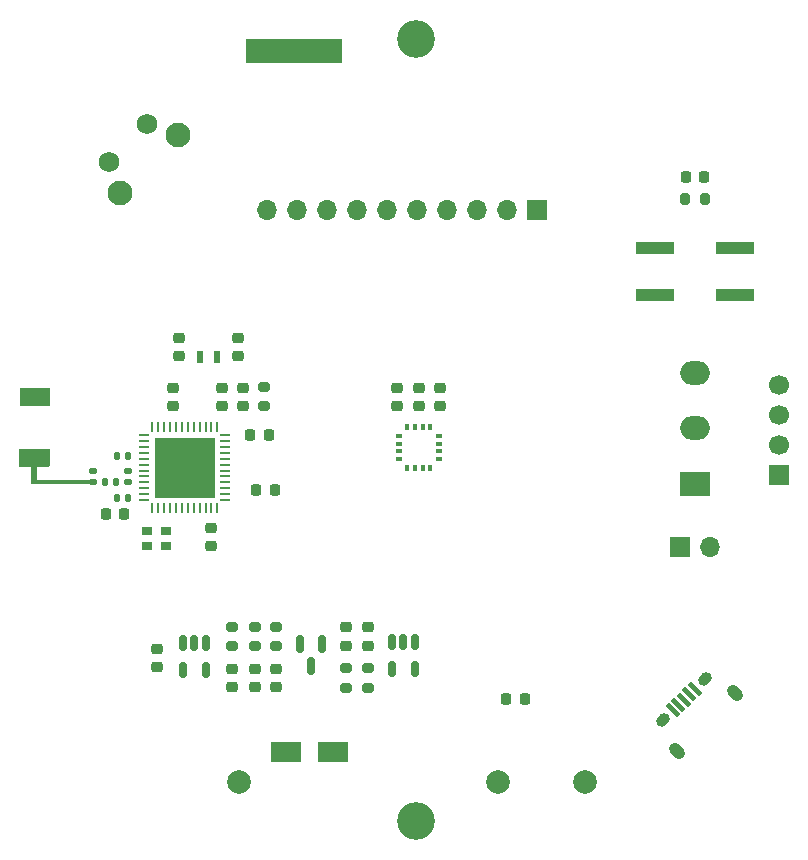
<source format=gbr>
%TF.GenerationSoftware,KiCad,Pcbnew,(6.0.1)*%
%TF.CreationDate,2022-03-12T16:33:18+00:00*%
%TF.ProjectId,Ball_Remote_Components,42616c6c-5f52-4656-9d6f-74655f436f6d,rev?*%
%TF.SameCoordinates,Original*%
%TF.FileFunction,Soldermask,Top*%
%TF.FilePolarity,Negative*%
%FSLAX46Y46*%
G04 Gerber Fmt 4.6, Leading zero omitted, Abs format (unit mm)*
G04 Created by KiCad (PCBNEW (6.0.1)) date 2022-03-12 16:33:18*
%MOMM*%
%LPD*%
G01*
G04 APERTURE LIST*
G04 Aperture macros list*
%AMRoundRect*
0 Rectangle with rounded corners*
0 $1 Rounding radius*
0 $2 $3 $4 $5 $6 $7 $8 $9 X,Y pos of 4 corners*
0 Add a 4 corners polygon primitive as box body*
4,1,4,$2,$3,$4,$5,$6,$7,$8,$9,$2,$3,0*
0 Add four circle primitives for the rounded corners*
1,1,$1+$1,$2,$3*
1,1,$1+$1,$4,$5*
1,1,$1+$1,$6,$7*
1,1,$1+$1,$8,$9*
0 Add four rect primitives between the rounded corners*
20,1,$1+$1,$2,$3,$4,$5,0*
20,1,$1+$1,$4,$5,$6,$7,0*
20,1,$1+$1,$6,$7,$8,$9,0*
20,1,$1+$1,$8,$9,$2,$3,0*%
%AMHorizOval*
0 Thick line with rounded ends*
0 $1 width*
0 $2 $3 position (X,Y) of the first rounded end (center of the circle)*
0 $4 $5 position (X,Y) of the second rounded end (center of the circle)*
0 Add line between two ends*
20,1,$1,$2,$3,$4,$5,0*
0 Add two circle primitives to create the rounded ends*
1,1,$1,$2,$3*
1,1,$1,$4,$5*%
%AMRotRect*
0 Rectangle, with rotation*
0 The origin of the aperture is its center*
0 $1 length*
0 $2 width*
0 $3 Rotation angle, in degrees counterclockwise*
0 Add horizontal line*
21,1,$1,$2,0,0,$3*%
%AMFreePoly0*
4,1,21,4.785355,0.185355,4.800000,0.150000,4.800000,-1.300000,5.800000,-1.300000,5.835355,-1.314645,5.850000,-1.350000,5.850000,-2.750000,5.835355,-2.785355,5.800000,-2.800000,3.300000,-2.800000,3.264645,-2.785355,3.250000,-2.750000,3.250000,-1.350000,3.264645,-1.314645,3.300000,-1.300000,4.300000,-1.300000,4.300000,-0.200000,-0.100000,-0.200000,-0.100000,0.200000,4.750000,0.200000,
4.785355,0.185355,4.785355,0.185355,$1*%
G04 Aperture macros list end*
%ADD10C,0.100000*%
%ADD11R,1.700000X1.700000*%
%ADD12O,1.700000X1.700000*%
%ADD13C,3.200000*%
%ADD14R,2.500000X2.000000*%
%ADD15O,2.500000X2.000000*%
%ADD16RoundRect,0.200000X-0.275000X0.200000X-0.275000X-0.200000X0.275000X-0.200000X0.275000X0.200000X0*%
%ADD17RoundRect,0.225000X0.225000X0.250000X-0.225000X0.250000X-0.225000X-0.250000X0.225000X-0.250000X0*%
%ADD18RoundRect,0.218750X-0.218750X-0.256250X0.218750X-0.256250X0.218750X0.256250X-0.218750X0.256250X0*%
%ADD19R,0.900000X0.800000*%
%ADD20RoundRect,0.225000X0.250000X-0.225000X0.250000X0.225000X-0.250000X0.225000X-0.250000X-0.225000X0*%
%ADD21RoundRect,0.225000X-0.250000X0.225000X-0.250000X-0.225000X0.250000X-0.225000X0.250000X0.225000X0*%
%ADD22RoundRect,0.150000X-0.150000X0.512500X-0.150000X-0.512500X0.150000X-0.512500X0.150000X0.512500X0*%
%ADD23C,2.000000*%
%ADD24C,1.700000*%
%ADD25RoundRect,0.200000X0.275000X-0.200000X0.275000X0.200000X-0.275000X0.200000X-0.275000X-0.200000X0*%
%ADD26HorizOval,0.950000X0.106066X0.106066X-0.106066X-0.106066X0*%
%ADD27HorizOval,1.000000X-0.194454X0.194454X0.194454X-0.194454X0*%
%ADD28RotRect,1.350000X0.400000X135.000000*%
%ADD29RoundRect,0.225000X-0.225000X-0.250000X0.225000X-0.250000X0.225000X0.250000X-0.225000X0.250000X0*%
%ADD30RoundRect,0.140000X0.170000X-0.140000X0.170000X0.140000X-0.170000X0.140000X-0.170000X-0.140000X0*%
%ADD31RoundRect,0.200000X0.200000X0.275000X-0.200000X0.275000X-0.200000X-0.275000X0.200000X-0.275000X0*%
%ADD32R,5.150000X5.150000*%
%ADD33RoundRect,0.062500X-0.375000X0.062500X-0.375000X-0.062500X0.375000X-0.062500X0.375000X0.062500X0*%
%ADD34RoundRect,0.062500X-0.062500X0.375000X-0.062500X-0.375000X0.062500X-0.375000X0.062500X0.375000X0*%
%ADD35R,3.200000X1.000000*%
%ADD36R,2.500000X1.800000*%
%ADD37RoundRect,0.150000X-0.150000X0.587500X-0.150000X-0.587500X0.150000X-0.587500X0.150000X0.587500X0*%
%ADD38RoundRect,0.147500X0.147500X0.172500X-0.147500X0.172500X-0.147500X-0.172500X0.147500X-0.172500X0*%
%ADD39RoundRect,0.140000X0.140000X0.170000X-0.140000X0.170000X-0.140000X-0.170000X0.140000X-0.170000X0*%
%ADD40C,2.100000*%
%ADD41C,1.750000*%
%ADD42RoundRect,0.100000X-0.100000X-0.175000X0.100000X-0.175000X0.100000X0.175000X-0.100000X0.175000X0*%
%ADD43RoundRect,0.100000X-0.175000X-0.100000X0.175000X-0.100000X0.175000X0.100000X-0.175000X0.100000X0*%
%ADD44R,2.600000X1.500000*%
%ADD45FreePoly0,180.000000*%
%ADD46R,0.600000X1.100000*%
G04 APERTURE END LIST*
D10*
%TO.C,FID1*%
X131475000Y-72187500D02*
X139475000Y-72187500D01*
X139475000Y-72187500D02*
X139475000Y-74187500D01*
X139475000Y-74187500D02*
X131475000Y-74187500D01*
X131475000Y-74187500D02*
X131475000Y-72187500D01*
G36*
X139475000Y-74187500D02*
G01*
X131475000Y-74187500D01*
X131475000Y-72187500D01*
X139475000Y-72187500D01*
X139475000Y-74187500D01*
G37*
X139475000Y-74187500D02*
X131475000Y-74187500D01*
X131475000Y-72187500D01*
X139475000Y-72187500D01*
X139475000Y-74187500D01*
%TD*%
D11*
%TO.C,J2*%
X156100000Y-86687500D03*
D12*
X153560000Y-86687500D03*
X151020000Y-86687500D03*
X148480000Y-86687500D03*
X145940000Y-86687500D03*
X143400000Y-86687500D03*
X140860000Y-86687500D03*
X138320000Y-86687500D03*
X135780000Y-86687500D03*
X133240000Y-86687500D03*
%TD*%
D13*
%TO.C,H2*%
X145875000Y-138387500D03*
%TD*%
%TO.C,H1*%
X145875000Y-72187500D03*
%TD*%
D14*
%TO.C,SW1*%
X169475000Y-109887500D03*
D15*
X169475000Y-105187500D03*
X169475000Y-100487500D03*
%TD*%
D11*
%TO.C,BT1*%
X168200000Y-115187500D03*
D12*
X170740000Y-115187500D03*
%TD*%
D16*
%TO.C,R5*%
X132200000Y-121975000D03*
X132200000Y-123625000D03*
%TD*%
D17*
%TO.C,C8*%
X119625000Y-112400000D03*
X121175000Y-112400000D03*
%TD*%
D18*
%TO.C,D1*%
X168712500Y-83900000D03*
X170287500Y-83900000D03*
%TD*%
D19*
%TO.C,Y1*%
X123075000Y-113875000D03*
X124725000Y-113875000D03*
X124725000Y-115125000D03*
X123075000Y-115125000D03*
%TD*%
D20*
%TO.C,C3*%
X129400000Y-101725000D03*
X129400000Y-103275000D03*
%TD*%
D21*
%TO.C,C1*%
X125300000Y-103275000D03*
X125300000Y-101725000D03*
%TD*%
%TO.C,C5*%
X128500000Y-115175000D03*
X128500000Y-113625000D03*
%TD*%
D22*
%TO.C,U3*%
X145750000Y-123262500D03*
X144800000Y-123262500D03*
X143850000Y-123262500D03*
X143850000Y-125537500D03*
X145750000Y-125537500D03*
%TD*%
D23*
%TO.C,TP2*%
X160175000Y-135087500D03*
%TD*%
D11*
%TO.C,J3*%
X176575000Y-109097500D03*
D24*
X176575000Y-106557500D03*
X176575000Y-104017500D03*
X176575000Y-101477500D03*
%TD*%
D25*
%TO.C,R3*%
X139900000Y-127125000D03*
X139900000Y-125475000D03*
%TD*%
D26*
%TO.C,J1*%
X166762205Y-129910239D03*
X170297739Y-126374705D03*
D27*
X172914034Y-127576786D03*
D28*
X167610733Y-129061711D03*
X168070352Y-128602091D03*
X168529972Y-128142472D03*
X168989591Y-127682852D03*
X169449211Y-127223233D03*
D27*
X167964286Y-132526534D03*
%TD*%
D18*
%TO.C,D3*%
X153512500Y-128100000D03*
X155087500Y-128100000D03*
%TD*%
D29*
%TO.C,C7*%
X133893750Y-110381250D03*
X132343750Y-110381250D03*
%TD*%
D20*
%TO.C,C2*%
X131200000Y-101725000D03*
X131200000Y-103275000D03*
%TD*%
D30*
%TO.C,C15*%
X121500000Y-108790000D03*
X121500000Y-109750000D03*
%TD*%
D23*
%TO.C,TP1*%
X130875000Y-135087500D03*
%TD*%
D20*
%TO.C,C17*%
X141800000Y-123575000D03*
X141800000Y-122025000D03*
%TD*%
D25*
%TO.C,R4*%
X134000000Y-123625000D03*
X134000000Y-121975000D03*
%TD*%
D21*
%TO.C,C13*%
X125800000Y-99075000D03*
X125800000Y-97525000D03*
%TD*%
D29*
%TO.C,C6*%
X133393750Y-105700000D03*
X131843750Y-105700000D03*
%TD*%
D25*
%TO.C,R6*%
X141800000Y-127125000D03*
X141800000Y-125475000D03*
%TD*%
D31*
%TO.C,R1*%
X170325000Y-85800000D03*
X168675000Y-85800000D03*
%TD*%
D21*
%TO.C,C12*%
X130800000Y-99075000D03*
X130800000Y-97525000D03*
%TD*%
D20*
%TO.C,C10*%
X146100000Y-103275000D03*
X146100000Y-101725000D03*
%TD*%
D32*
%TO.C,U1*%
X126300000Y-108500000D03*
D33*
X129737500Y-105750000D03*
X129737500Y-106250000D03*
X129737500Y-106750000D03*
X129737500Y-107250000D03*
X129737500Y-107750000D03*
X129737500Y-108250000D03*
X129737500Y-108750000D03*
X129737500Y-109250000D03*
X129737500Y-109750000D03*
X129737500Y-110250000D03*
X129737500Y-110750000D03*
X129737500Y-111250000D03*
D34*
X129050000Y-111937500D03*
X128550000Y-111937500D03*
X128050000Y-111937500D03*
X127550000Y-111937500D03*
X127050000Y-111937500D03*
X126550000Y-111937500D03*
X126050000Y-111937500D03*
X125550000Y-111937500D03*
X125050000Y-111937500D03*
X124550000Y-111937500D03*
X124050000Y-111937500D03*
X123550000Y-111937500D03*
D33*
X122862500Y-111250000D03*
X122862500Y-110750000D03*
X122862500Y-110250000D03*
X122862500Y-109750000D03*
X122862500Y-109250000D03*
X122862500Y-108750000D03*
X122862500Y-108250000D03*
X122862500Y-107750000D03*
X122862500Y-107250000D03*
X122862500Y-106750000D03*
X122862500Y-106250000D03*
X122862500Y-105750000D03*
D34*
X123550000Y-105062500D03*
X124050000Y-105062500D03*
X124550000Y-105062500D03*
X125050000Y-105062500D03*
X125550000Y-105062500D03*
X126050000Y-105062500D03*
X126550000Y-105062500D03*
X127050000Y-105062500D03*
X127550000Y-105062500D03*
X128050000Y-105062500D03*
X128550000Y-105062500D03*
X129050000Y-105062500D03*
%TD*%
D35*
%TO.C,CONNECT1*%
X172900000Y-89900000D03*
X166100000Y-89900000D03*
X172900000Y-93900000D03*
X166100000Y-93900000D03*
%TD*%
D21*
%TO.C,C19*%
X134000000Y-125525000D03*
X134000000Y-127075000D03*
%TD*%
%TO.C,C20*%
X132200000Y-125525000D03*
X132200000Y-127075000D03*
%TD*%
D36*
%TO.C,D2*%
X134875000Y-132587500D03*
X138875000Y-132587500D03*
%TD*%
D25*
%TO.C,R7*%
X130300000Y-123625000D03*
X130300000Y-121975000D03*
%TD*%
%TO.C,R2*%
X133018750Y-101656250D03*
X133018750Y-103306250D03*
%TD*%
D20*
%TO.C,C22*%
X130300000Y-127075000D03*
X130300000Y-125525000D03*
%TD*%
D22*
%TO.C,U4*%
X128050000Y-123362500D03*
X127100000Y-123362500D03*
X126150000Y-123362500D03*
X126150000Y-125637500D03*
X128050000Y-125637500D03*
%TD*%
D37*
%TO.C,Q1*%
X137950000Y-123462500D03*
X136050000Y-123462500D03*
X137000000Y-125337500D03*
%TD*%
D21*
%TO.C,C18*%
X139900000Y-122025000D03*
X139900000Y-123575000D03*
%TD*%
D38*
%TO.C,L1*%
X119515000Y-109750000D03*
X120485000Y-109750000D03*
%TD*%
D39*
%TO.C,C9*%
X120520000Y-111100000D03*
X121480000Y-111100000D03*
%TD*%
D20*
%TO.C,C11*%
X144300000Y-103275000D03*
X144300000Y-101725000D03*
%TD*%
D40*
%TO.C,RESET1*%
X120789959Y-85269884D03*
X125746778Y-80313066D03*
D41*
X119913147Y-82625305D03*
X123095128Y-79443324D03*
%TD*%
D20*
%TO.C,C21*%
X123900000Y-125375000D03*
X123900000Y-123825000D03*
%TD*%
D42*
%TO.C,U2*%
X145125000Y-105100000D03*
X145775000Y-105100000D03*
X146425000Y-105100000D03*
X147075000Y-105100000D03*
D43*
X147800000Y-105825000D03*
X147800000Y-106475000D03*
X147800000Y-107125000D03*
X147800000Y-107775000D03*
D42*
X147075000Y-108500000D03*
X146425000Y-108500000D03*
X145775000Y-108500000D03*
X145125000Y-108500000D03*
D43*
X144400000Y-107775000D03*
X144400000Y-107125000D03*
X144400000Y-106475000D03*
X144400000Y-105825000D03*
%TD*%
D39*
%TO.C,C4*%
X120520000Y-107500000D03*
X121480000Y-107500000D03*
%TD*%
D30*
%TO.C,C16*%
X118500000Y-108760000D03*
X118500000Y-109720000D03*
%TD*%
D23*
%TO.C,TP3*%
X152775000Y-135087500D03*
%TD*%
D20*
%TO.C,C14*%
X147900000Y-103275000D03*
X147900000Y-101725000D03*
%TD*%
D44*
%TO.C,AE1*%
X113575000Y-102550000D03*
D45*
X118125000Y-109700000D03*
%TD*%
D46*
%TO.C,Y2*%
X127600000Y-99100000D03*
X129000000Y-99100000D03*
%TD*%
M02*

</source>
